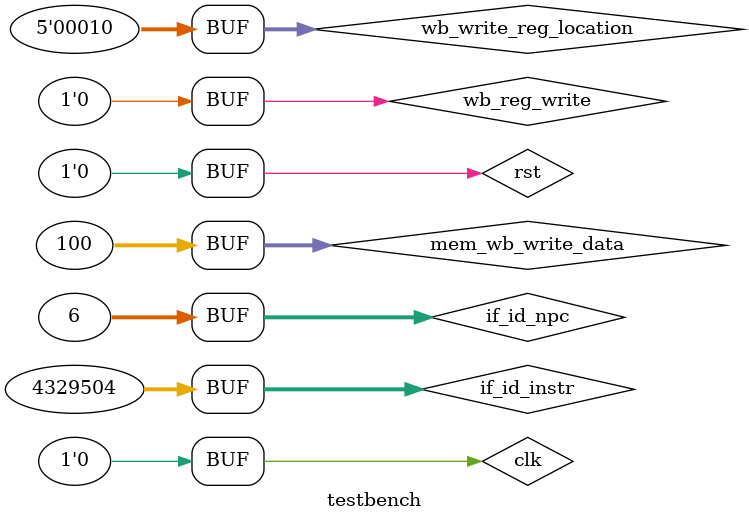
<source format=v>
`timescale 1ns / 1ps
module testbench();
reg clk, rst, wb_reg_write;
reg [4:0] wb_write_reg_location;
reg [31:0] mem_wb_write_data, if_id_instr, if_id_npc;
wire [1:0] id_ex_wb;
wire [2:0]id_ex_mem;
wire [3:0] if_ex_execute;
wire [31:0]id_ex_npc, id_ex_readdat1, id_ex_readdat2, id_ex_sign_ext;
wire [4:0] id_ex_instr_bits_2016, id_ex_instr_bits_1511;


top ll1(clk, rst, wb_reg_write, wb_write_reg_location, mem_wb_write_data, if_id_instr, if_id_npc, id_ex_wb, id_ex_mem, if_ex_execute, id_ex_npc, id_ex_readdat1, id_ex_readdat2, id_ex_sign_ext, id_ex_instr_bits_2016, id_ex_instr_bits_1511);

initial begin
$dumpfile("dump.vcd");
$dumpvars(0, testbench);
end
initial begin
clk =0; 
repeat(500)
#1 clk = ~clk;
end
initial begin
rst = 1;
wb_reg_write = 0;
wb_write_reg_location = 5'd2;
mem_wb_write_data = 32'h00000064;
if_id_npc = 32'h00000001;
if_id_instr = 32'h00A41020;
#2 rst = 0;
#2 if_id_npc = 32'h00000002;
if_id_instr = 32'h10000008;
#2 if_id_npc = 32'h00000003;
if_id_instr = 32'h8C820002;
#2 if_id_npc = 32'h00000004;
if_id_instr = 32'hAC820002;
if_id_npc = 32'h00000005;
wb_reg_write = 1;
#2 if_id_instr = 32'h00421020;
if_id_npc = 32'h00000006;
wb_reg_write = 0;
#2 #2;
end
endmodule

</source>
